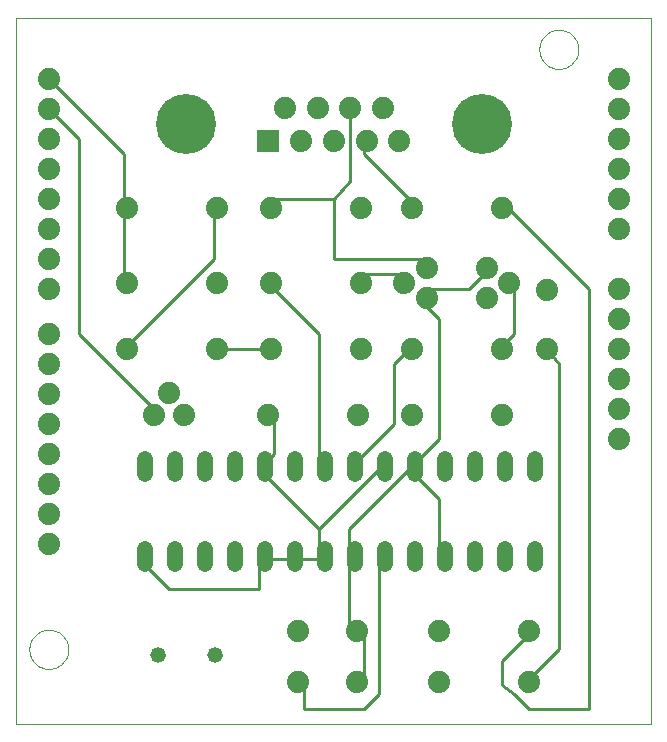
<source format=gtl>
G75*
G70*
%OFA0B0*%
%FSLAX24Y24*%
%IPPOS*%
%LPD*%
%AMOC8*
5,1,8,0,0,1.08239X$1,22.5*
%
%ADD10C,0.0000*%
%ADD11C,0.0740*%
%ADD12C,0.0520*%
%ADD13C,0.0520*%
%ADD14R,0.0740X0.0740*%
%ADD15C,0.2000*%
%ADD16C,0.0100*%
D10*
X000406Y006268D02*
X000406Y029814D01*
X021576Y029814D01*
X021576Y006268D01*
X000406Y006268D01*
X000856Y008768D02*
X000858Y008818D01*
X000864Y008868D01*
X000874Y008918D01*
X000887Y008966D01*
X000904Y009014D01*
X000925Y009060D01*
X000949Y009104D01*
X000977Y009146D01*
X001008Y009186D01*
X001042Y009223D01*
X001079Y009258D01*
X001118Y009289D01*
X001159Y009318D01*
X001203Y009343D01*
X001249Y009365D01*
X001296Y009383D01*
X001344Y009397D01*
X001393Y009408D01*
X001443Y009415D01*
X001493Y009418D01*
X001544Y009417D01*
X001594Y009412D01*
X001644Y009403D01*
X001692Y009391D01*
X001740Y009374D01*
X001786Y009354D01*
X001831Y009331D01*
X001874Y009304D01*
X001914Y009274D01*
X001952Y009241D01*
X001987Y009205D01*
X002020Y009166D01*
X002049Y009125D01*
X002075Y009082D01*
X002098Y009037D01*
X002117Y008990D01*
X002132Y008942D01*
X002144Y008893D01*
X002152Y008843D01*
X002156Y008793D01*
X002156Y008743D01*
X002152Y008693D01*
X002144Y008643D01*
X002132Y008594D01*
X002117Y008546D01*
X002098Y008499D01*
X002075Y008454D01*
X002049Y008411D01*
X002020Y008370D01*
X001987Y008331D01*
X001952Y008295D01*
X001914Y008262D01*
X001874Y008232D01*
X001831Y008205D01*
X001786Y008182D01*
X001740Y008162D01*
X001692Y008145D01*
X001644Y008133D01*
X001594Y008124D01*
X001544Y008119D01*
X001493Y008118D01*
X001443Y008121D01*
X001393Y008128D01*
X001344Y008139D01*
X001296Y008153D01*
X001249Y008171D01*
X001203Y008193D01*
X001159Y008218D01*
X001118Y008247D01*
X001079Y008278D01*
X001042Y008313D01*
X001008Y008350D01*
X000977Y008390D01*
X000949Y008432D01*
X000925Y008476D01*
X000904Y008522D01*
X000887Y008570D01*
X000874Y008618D01*
X000864Y008668D01*
X000858Y008718D01*
X000856Y008768D01*
X017856Y028768D02*
X017858Y028818D01*
X017864Y028868D01*
X017874Y028918D01*
X017887Y028966D01*
X017904Y029014D01*
X017925Y029060D01*
X017949Y029104D01*
X017977Y029146D01*
X018008Y029186D01*
X018042Y029223D01*
X018079Y029258D01*
X018118Y029289D01*
X018159Y029318D01*
X018203Y029343D01*
X018249Y029365D01*
X018296Y029383D01*
X018344Y029397D01*
X018393Y029408D01*
X018443Y029415D01*
X018493Y029418D01*
X018544Y029417D01*
X018594Y029412D01*
X018644Y029403D01*
X018692Y029391D01*
X018740Y029374D01*
X018786Y029354D01*
X018831Y029331D01*
X018874Y029304D01*
X018914Y029274D01*
X018952Y029241D01*
X018987Y029205D01*
X019020Y029166D01*
X019049Y029125D01*
X019075Y029082D01*
X019098Y029037D01*
X019117Y028990D01*
X019132Y028942D01*
X019144Y028893D01*
X019152Y028843D01*
X019156Y028793D01*
X019156Y028743D01*
X019152Y028693D01*
X019144Y028643D01*
X019132Y028594D01*
X019117Y028546D01*
X019098Y028499D01*
X019075Y028454D01*
X019049Y028411D01*
X019020Y028370D01*
X018987Y028331D01*
X018952Y028295D01*
X018914Y028262D01*
X018874Y028232D01*
X018831Y028205D01*
X018786Y028182D01*
X018740Y028162D01*
X018692Y028145D01*
X018644Y028133D01*
X018594Y028124D01*
X018544Y028119D01*
X018493Y028118D01*
X018443Y028121D01*
X018393Y028128D01*
X018344Y028139D01*
X018296Y028153D01*
X018249Y028171D01*
X018203Y028193D01*
X018159Y028218D01*
X018118Y028247D01*
X018079Y028278D01*
X018042Y028313D01*
X018008Y028350D01*
X017977Y028390D01*
X017949Y028432D01*
X017925Y028476D01*
X017904Y028522D01*
X017887Y028570D01*
X017874Y028618D01*
X017864Y028668D01*
X017858Y028718D01*
X017856Y028768D01*
D11*
X020506Y027768D03*
X020506Y026768D03*
X020506Y025768D03*
X020506Y024768D03*
X020506Y023768D03*
X020506Y022768D03*
X020506Y020768D03*
X020506Y019768D03*
X020506Y018768D03*
X020506Y017768D03*
X020506Y016768D03*
X020506Y015768D03*
X018106Y018784D03*
X018106Y020752D03*
X016856Y020968D03*
X016106Y020468D03*
X016106Y021468D03*
X016606Y023468D03*
X014106Y021468D03*
X014106Y020468D03*
X013356Y020968D03*
X011906Y020968D03*
X011906Y018768D03*
X011806Y016568D03*
X013606Y016568D03*
X013606Y018768D03*
X016606Y018768D03*
X016606Y016568D03*
X013606Y023468D03*
X013187Y025709D03*
X012640Y026827D03*
X012096Y025709D03*
X011549Y026827D03*
X011006Y025709D03*
X010463Y026827D03*
X009915Y025709D03*
X009372Y026827D03*
X008906Y023468D03*
X008906Y020968D03*
X008906Y018768D03*
X008806Y016568D03*
X007106Y018768D03*
X005506Y017318D03*
X006006Y016568D03*
X005006Y016568D03*
X004106Y018768D03*
X004106Y020968D03*
X004106Y023468D03*
X001506Y023768D03*
X001506Y022768D03*
X001506Y021768D03*
X001506Y020768D03*
X001506Y019268D03*
X001506Y018268D03*
X001506Y017268D03*
X001506Y016268D03*
X001506Y015268D03*
X001506Y014268D03*
X001506Y013268D03*
X001506Y012268D03*
X007106Y020968D03*
X007106Y023468D03*
X011906Y023468D03*
X011790Y009368D03*
X011790Y007668D03*
X009822Y007668D03*
X009822Y009368D03*
X014506Y009368D03*
X014506Y007668D03*
X017506Y007668D03*
X017506Y009368D03*
X001506Y024768D03*
X001506Y025768D03*
X001506Y026768D03*
X001506Y027768D03*
D12*
X005156Y008568D03*
X007056Y008568D03*
D13*
X006706Y011608D02*
X006706Y012128D01*
X005706Y012128D02*
X005706Y011608D01*
X004706Y011608D02*
X004706Y012128D01*
X004706Y014608D02*
X004706Y015128D01*
X005706Y015128D02*
X005706Y014608D01*
X006706Y014608D02*
X006706Y015128D01*
X007706Y015128D02*
X007706Y014608D01*
X008706Y014608D02*
X008706Y015128D01*
X009706Y015128D02*
X009706Y014608D01*
X010706Y014608D02*
X010706Y015128D01*
X011706Y015128D02*
X011706Y014608D01*
X012706Y014608D02*
X012706Y015128D01*
X013706Y015128D02*
X013706Y014608D01*
X014706Y014608D02*
X014706Y015128D01*
X015706Y015128D02*
X015706Y014608D01*
X016706Y014608D02*
X016706Y015128D01*
X017706Y015128D02*
X017706Y014608D01*
X017706Y012128D02*
X017706Y011608D01*
X016706Y011608D02*
X016706Y012128D01*
X015706Y012128D02*
X015706Y011608D01*
X014706Y011608D02*
X014706Y012128D01*
X013706Y012128D02*
X013706Y011608D01*
X012706Y011608D02*
X012706Y012128D01*
X011706Y012128D02*
X011706Y011608D01*
X010706Y011608D02*
X010706Y012128D01*
X009706Y012128D02*
X009706Y011608D01*
X008706Y011608D02*
X008706Y012128D01*
X007706Y012128D02*
X007706Y011608D01*
D14*
X008825Y025709D03*
D15*
X006085Y026268D03*
X015927Y026268D03*
D16*
X016506Y023768D02*
X016606Y023468D01*
X016506Y023768D02*
X019506Y020768D01*
X019506Y006768D01*
X017506Y006768D01*
X017006Y007268D01*
X016606Y007568D01*
X016606Y008368D01*
X017506Y009268D01*
X017506Y009368D01*
X018506Y008768D02*
X017506Y007768D01*
X017506Y007668D01*
X018506Y008768D02*
X018506Y018268D01*
X018106Y018784D01*
X017006Y019268D02*
X017006Y020768D01*
X016856Y020968D01*
X016006Y021268D02*
X016106Y021468D01*
X016006Y021268D02*
X015506Y020768D01*
X014006Y020768D01*
X014106Y020468D01*
X014006Y020268D01*
X014506Y019768D01*
X014506Y015768D01*
X013506Y014768D01*
X013706Y014868D01*
X013506Y014768D02*
X011506Y012768D01*
X011506Y011768D01*
X011706Y011868D01*
X011506Y011768D02*
X011506Y009268D01*
X011790Y009368D01*
X012006Y009268D01*
X012006Y007768D01*
X011790Y007668D01*
X012506Y007268D02*
X012006Y006768D01*
X010006Y006768D01*
X010006Y007768D01*
X009822Y007668D01*
X008506Y010768D02*
X008506Y011768D01*
X008706Y011868D01*
X008506Y011768D02*
X009506Y011768D01*
X009706Y011868D01*
X009506Y011768D02*
X010506Y011768D01*
X010706Y011868D01*
X010506Y011768D02*
X010506Y012768D01*
X008506Y014768D01*
X008706Y014868D01*
X008506Y014768D02*
X009006Y015268D01*
X009006Y016268D01*
X008806Y016568D01*
X008906Y018768D02*
X009006Y018768D01*
X008906Y018768D02*
X007106Y018768D01*
X007006Y018768D01*
X005006Y016768D02*
X005006Y016568D01*
X005006Y016768D02*
X002506Y019268D01*
X002506Y025768D01*
X001506Y026768D01*
X001506Y027768D02*
X004006Y025268D01*
X004006Y023768D01*
X004106Y023468D01*
X004006Y023268D01*
X004006Y021268D01*
X004106Y020968D01*
X004106Y018768D02*
X004006Y018768D01*
X007006Y021768D01*
X007006Y023268D01*
X007106Y023468D01*
X008906Y023468D02*
X009006Y023768D01*
X011006Y023768D01*
X011556Y024368D01*
X011556Y024718D01*
X011549Y026827D01*
X011506Y026768D01*
X012006Y025768D02*
X012096Y025709D01*
X012006Y025768D02*
X012006Y025268D01*
X013506Y023768D01*
X013606Y023468D01*
X014006Y021768D02*
X014106Y021468D01*
X014006Y021768D02*
X011006Y021768D01*
X011006Y023768D01*
X012006Y021268D02*
X011906Y020968D01*
X012006Y021268D02*
X013506Y021268D01*
X013356Y020968D01*
X013506Y018768D02*
X013606Y018768D01*
X013506Y018768D02*
X013006Y018268D01*
X013006Y016268D01*
X011506Y014768D01*
X011706Y014868D01*
X012506Y014768D02*
X012706Y014868D01*
X012506Y014768D02*
X010506Y012768D01*
X010506Y014768D02*
X010706Y014868D01*
X010506Y014768D02*
X010506Y019268D01*
X009006Y020768D01*
X008906Y020968D01*
X013506Y014768D02*
X014506Y013768D01*
X014506Y011768D01*
X014706Y011868D01*
X012706Y011868D02*
X012506Y011768D01*
X012506Y007268D01*
X008506Y010768D02*
X005506Y010768D01*
X004506Y011768D01*
X004706Y011868D01*
X016506Y018768D02*
X016606Y018768D01*
X016506Y018768D02*
X017006Y019268D01*
M02*

</source>
